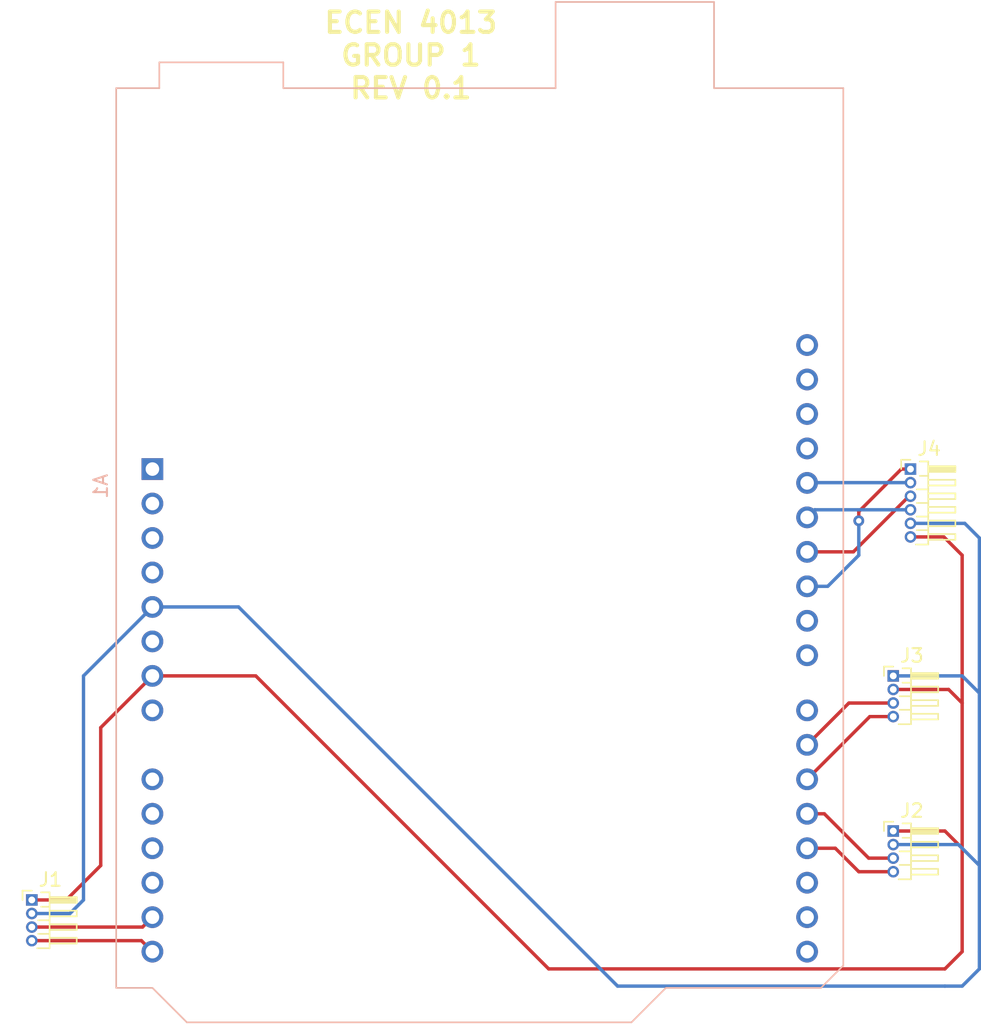
<source format=kicad_pcb>
(kicad_pcb (version 20171130) (host pcbnew "(5.1.10)-1")

  (general
    (thickness 1.6)
    (drawings 1)
    (tracks 69)
    (zones 0)
    (modules 5)
    (nets 33)
  )

  (page A4)
  (layers
    (0 F.Cu signal)
    (31 B.Cu signal)
    (32 B.Adhes user)
    (33 F.Adhes user)
    (34 B.Paste user)
    (35 F.Paste user)
    (36 B.SilkS user)
    (37 F.SilkS user)
    (38 B.Mask user)
    (39 F.Mask user)
    (40 Dwgs.User user)
    (41 Cmts.User user)
    (42 Eco1.User user)
    (43 Eco2.User user)
    (44 Edge.Cuts user)
    (45 Margin user)
    (46 B.CrtYd user)
    (47 F.CrtYd user)
    (48 B.Fab user)
    (49 F.Fab user)
  )

  (setup
    (last_trace_width 0.25)
    (trace_clearance 0.2)
    (zone_clearance 0.508)
    (zone_45_only no)
    (trace_min 0.2)
    (via_size 0.8)
    (via_drill 0.4)
    (via_min_size 0.4)
    (via_min_drill 0.3)
    (uvia_size 0.3)
    (uvia_drill 0.1)
    (uvias_allowed no)
    (uvia_min_size 0.2)
    (uvia_min_drill 0.1)
    (edge_width 0.05)
    (segment_width 0.2)
    (pcb_text_width 0.3)
    (pcb_text_size 1.5 1.5)
    (mod_edge_width 0.12)
    (mod_text_size 1 1)
    (mod_text_width 0.15)
    (pad_size 0.85 0.85)
    (pad_drill 0.5)
    (pad_to_mask_clearance 0)
    (aux_axis_origin 0 0)
    (visible_elements 7FFFFFFF)
    (pcbplotparams
      (layerselection 0x010fc_ffffffff)
      (usegerberextensions false)
      (usegerberattributes true)
      (usegerberadvancedattributes true)
      (creategerberjobfile true)
      (excludeedgelayer true)
      (linewidth 0.100000)
      (plotframeref false)
      (viasonmask false)
      (mode 1)
      (useauxorigin false)
      (hpglpennumber 1)
      (hpglpenspeed 20)
      (hpglpendiameter 15.000000)
      (psnegative false)
      (psa4output false)
      (plotreference true)
      (plotvalue true)
      (plotinvisibletext false)
      (padsonsilk false)
      (subtractmaskfromsilk false)
      (outputformat 1)
      (mirror false)
      (drillshape 1)
      (scaleselection 1)
      (outputdirectory ""))
  )

  (net 0 "")
  (net 1 "Net-(A1-Pad16)")
  (net 2 "Net-(A1-Pad15)")
  (net 3 "Net-(A1-Pad30)")
  (net 4 "Net-(A1-Pad14)")
  (net 5 "Net-(A1-Pad29)")
  (net 6 "Net-(A1-Pad13)")
  (net 7 "Net-(A1-Pad28)")
  (net 8 "Net-(A1-Pad12)")
  (net 9 "Net-(A1-Pad27)")
  (net 10 "Net-(A1-Pad11)")
  (net 11 "Net-(A1-Pad26)")
  (net 12 "Net-(A1-Pad10)")
  (net 13 "Net-(A1-Pad25)")
  (net 14 "Net-(A1-Pad9)")
  (net 15 "Net-(A1-Pad24)")
  (net 16 "Net-(A1-Pad8)")
  (net 17 "Net-(A1-Pad23)")
  (net 18 "Net-(A1-Pad7)")
  (net 19 "Net-(A1-Pad22)")
  (net 20 "Net-(A1-Pad6)")
  (net 21 "Net-(A1-Pad21)")
  (net 22 "Net-(A1-Pad5)")
  (net 23 "Net-(A1-Pad20)")
  (net 24 "Net-(A1-Pad4)")
  (net 25 "Net-(A1-Pad19)")
  (net 26 "Net-(A1-Pad3)")
  (net 27 "Net-(A1-Pad18)")
  (net 28 "Net-(A1-Pad2)")
  (net 29 "Net-(A1-Pad17)")
  (net 30 "Net-(A1-Pad1)")
  (net 31 "Net-(A1-Pad31)")
  (net 32 "Net-(A1-Pad32)")

  (net_class Default "This is the default net class."
    (clearance 0.2)
    (trace_width 0.25)
    (via_dia 0.8)
    (via_drill 0.4)
    (uvia_dia 0.3)
    (uvia_drill 0.1)
    (add_net "Net-(A1-Pad1)")
    (add_net "Net-(A1-Pad10)")
    (add_net "Net-(A1-Pad11)")
    (add_net "Net-(A1-Pad12)")
    (add_net "Net-(A1-Pad13)")
    (add_net "Net-(A1-Pad14)")
    (add_net "Net-(A1-Pad15)")
    (add_net "Net-(A1-Pad16)")
    (add_net "Net-(A1-Pad17)")
    (add_net "Net-(A1-Pad18)")
    (add_net "Net-(A1-Pad19)")
    (add_net "Net-(A1-Pad2)")
    (add_net "Net-(A1-Pad20)")
    (add_net "Net-(A1-Pad21)")
    (add_net "Net-(A1-Pad22)")
    (add_net "Net-(A1-Pad23)")
    (add_net "Net-(A1-Pad24)")
    (add_net "Net-(A1-Pad25)")
    (add_net "Net-(A1-Pad26)")
    (add_net "Net-(A1-Pad27)")
    (add_net "Net-(A1-Pad28)")
    (add_net "Net-(A1-Pad29)")
    (add_net "Net-(A1-Pad3)")
    (add_net "Net-(A1-Pad30)")
    (add_net "Net-(A1-Pad31)")
    (add_net "Net-(A1-Pad32)")
    (add_net "Net-(A1-Pad4)")
    (add_net "Net-(A1-Pad5)")
    (add_net "Net-(A1-Pad6)")
    (add_net "Net-(A1-Pad7)")
    (add_net "Net-(A1-Pad8)")
    (add_net "Net-(A1-Pad9)")
  )

  (module Connector_PinHeader_1.00mm:PinHeader_1x04_P1.00mm_Horizontal (layer F.Cu) (tedit 59FED737) (tstamp 6174FA1B)
    (at 147.32 119.38)
    (descr "Through hole angled pin header, 1x04, 1.00mm pitch, 2.0mm pin length, single row")
    (tags "Through hole angled pin header THT 1x04 1.00mm single row")
    (path /61749C09)
    (fp_text reference J2 (at 1.375 -1.5) (layer F.SilkS)
      (effects (font (size 1 1) (thickness 0.15)))
    )
    (fp_text value "GPS (UART)" (at 1.375 4.5) (layer F.Fab)
      (effects (font (size 1 1) (thickness 0.15)))
    )
    (fp_line (start 3.75 -1) (end -1 -1) (layer F.CrtYd) (width 0.05))
    (fp_line (start 3.75 4) (end 3.75 -1) (layer F.CrtYd) (width 0.05))
    (fp_line (start -1 4) (end 3.75 4) (layer F.CrtYd) (width 0.05))
    (fp_line (start -1 -1) (end -1 4) (layer F.CrtYd) (width 0.05))
    (fp_line (start -0.685 -0.685) (end 0 -0.685) (layer F.SilkS) (width 0.12))
    (fp_line (start -0.685 0) (end -0.685 -0.685) (layer F.SilkS) (width 0.12))
    (fp_line (start 3.31 3.21) (end 1.31 3.21) (layer F.SilkS) (width 0.12))
    (fp_line (start 3.31 2.79) (end 3.31 3.21) (layer F.SilkS) (width 0.12))
    (fp_line (start 1.31 2.79) (end 3.31 2.79) (layer F.SilkS) (width 0.12))
    (fp_line (start 0.468215 2.5) (end 1.31 2.5) (layer F.SilkS) (width 0.12))
    (fp_line (start 3.31 2.21) (end 1.31 2.21) (layer F.SilkS) (width 0.12))
    (fp_line (start 3.31 1.79) (end 3.31 2.21) (layer F.SilkS) (width 0.12))
    (fp_line (start 1.31 1.79) (end 3.31 1.79) (layer F.SilkS) (width 0.12))
    (fp_line (start 0.468215 1.5) (end 1.31 1.5) (layer F.SilkS) (width 0.12))
    (fp_line (start 3.31 1.21) (end 1.31 1.21) (layer F.SilkS) (width 0.12))
    (fp_line (start 3.31 0.79) (end 3.31 1.21) (layer F.SilkS) (width 0.12))
    (fp_line (start 1.31 0.79) (end 3.31 0.79) (layer F.SilkS) (width 0.12))
    (fp_line (start 0.685 0.5) (end 1.31 0.5) (layer F.SilkS) (width 0.12))
    (fp_line (start 1.31 0.09) (end 3.31 0.09) (layer F.SilkS) (width 0.12))
    (fp_line (start 1.31 -0.03) (end 3.31 -0.03) (layer F.SilkS) (width 0.12))
    (fp_line (start 1.31 -0.15) (end 3.31 -0.15) (layer F.SilkS) (width 0.12))
    (fp_line (start 3.31 0.21) (end 1.31 0.21) (layer F.SilkS) (width 0.12))
    (fp_line (start 3.31 -0.21) (end 3.31 0.21) (layer F.SilkS) (width 0.12))
    (fp_line (start 1.31 -0.21) (end 3.31 -0.21) (layer F.SilkS) (width 0.12))
    (fp_line (start 1.31 3.56) (end 0.394493 3.56) (layer F.SilkS) (width 0.12))
    (fp_line (start 1.31 -0.56) (end 1.31 3.56) (layer F.SilkS) (width 0.12))
    (fp_line (start 0.685 -0.56) (end 1.31 -0.56) (layer F.SilkS) (width 0.12))
    (fp_line (start 1.25 3.15) (end 3.25 3.15) (layer F.Fab) (width 0.1))
    (fp_line (start 3.25 2.85) (end 3.25 3.15) (layer F.Fab) (width 0.1))
    (fp_line (start 1.25 2.85) (end 3.25 2.85) (layer F.Fab) (width 0.1))
    (fp_line (start -0.15 3.15) (end 0.25 3.15) (layer F.Fab) (width 0.1))
    (fp_line (start -0.15 2.85) (end -0.15 3.15) (layer F.Fab) (width 0.1))
    (fp_line (start -0.15 2.85) (end 0.25 2.85) (layer F.Fab) (width 0.1))
    (fp_line (start 1.25 2.15) (end 3.25 2.15) (layer F.Fab) (width 0.1))
    (fp_line (start 3.25 1.85) (end 3.25 2.15) (layer F.Fab) (width 0.1))
    (fp_line (start 1.25 1.85) (end 3.25 1.85) (layer F.Fab) (width 0.1))
    (fp_line (start -0.15 2.15) (end 0.25 2.15) (layer F.Fab) (width 0.1))
    (fp_line (start -0.15 1.85) (end -0.15 2.15) (layer F.Fab) (width 0.1))
    (fp_line (start -0.15 1.85) (end 0.25 1.85) (layer F.Fab) (width 0.1))
    (fp_line (start 1.25 1.15) (end 3.25 1.15) (layer F.Fab) (width 0.1))
    (fp_line (start 3.25 0.85) (end 3.25 1.15) (layer F.Fab) (width 0.1))
    (fp_line (start 1.25 0.85) (end 3.25 0.85) (layer F.Fab) (width 0.1))
    (fp_line (start -0.15 1.15) (end 0.25 1.15) (layer F.Fab) (width 0.1))
    (fp_line (start -0.15 0.85) (end -0.15 1.15) (layer F.Fab) (width 0.1))
    (fp_line (start -0.15 0.85) (end 0.25 0.85) (layer F.Fab) (width 0.1))
    (fp_line (start 1.25 0.15) (end 3.25 0.15) (layer F.Fab) (width 0.1))
    (fp_line (start 3.25 -0.15) (end 3.25 0.15) (layer F.Fab) (width 0.1))
    (fp_line (start 1.25 -0.15) (end 3.25 -0.15) (layer F.Fab) (width 0.1))
    (fp_line (start -0.15 0.15) (end 0.25 0.15) (layer F.Fab) (width 0.1))
    (fp_line (start -0.15 -0.15) (end -0.15 0.15) (layer F.Fab) (width 0.1))
    (fp_line (start -0.15 -0.15) (end 0.25 -0.15) (layer F.Fab) (width 0.1))
    (fp_line (start 0.25 -0.25) (end 0.5 -0.5) (layer F.Fab) (width 0.1))
    (fp_line (start 0.25 3.5) (end 0.25 -0.25) (layer F.Fab) (width 0.1))
    (fp_line (start 1.25 3.5) (end 0.25 3.5) (layer F.Fab) (width 0.1))
    (fp_line (start 1.25 -0.5) (end 1.25 3.5) (layer F.Fab) (width 0.1))
    (fp_line (start 0.5 -0.5) (end 1.25 -0.5) (layer F.Fab) (width 0.1))
    (fp_text user %R (at 0.75 1.5 90) (layer F.Fab)
      (effects (font (size 0.6 0.6) (thickness 0.09)))
    )
    (pad 4 thru_hole oval (at 0 3) (size 0.85 0.85) (drill 0.5) (layers *.Cu *.Mask)
      (net 27 "Net-(A1-Pad18)"))
    (pad 3 thru_hole oval (at 0 2) (size 0.85 0.85) (drill 0.5) (layers *.Cu *.Mask)
      (net 25 "Net-(A1-Pad19)"))
    (pad 2 thru_hole oval (at 0 1) (size 0.85 0.85) (drill 0.5) (layers *.Cu *.Mask)
      (net 22 "Net-(A1-Pad5)"))
    (pad 1 thru_hole rect (at 0 0) (size 0.85 0.85) (drill 0.5) (layers *.Cu *.Mask)
      (net 18 "Net-(A1-Pad7)"))
    (model ${KISYS3DMOD}/Connector_PinHeader_1.00mm.3dshapes/PinHeader_1x04_P1.00mm_Horizontal.wrl
      (at (xyz 0 0 0))
      (scale (xyz 1 1 1))
      (rotate (xyz 0 0 0))
    )
  )

  (module Connector_PinHeader_1.00mm:PinHeader_1x06_P1.00mm_Horizontal (layer F.Cu) (tedit 59FED737) (tstamp 6174F2D7)
    (at 148.59 92.71)
    (descr "Through hole angled pin header, 1x06, 1.00mm pitch, 2.0mm pin length, single row")
    (tags "Through hole angled pin header THT 1x06 1.00mm single row")
    (path /6174B27E)
    (fp_text reference J4 (at 1.375 -1.5) (layer F.SilkS)
      (effects (font (size 1 1) (thickness 0.15)))
    )
    (fp_text value "SD (SPI)" (at 1.375 6.5) (layer F.Fab)
      (effects (font (size 1 1) (thickness 0.15)))
    )
    (fp_line (start 3.75 -1) (end -1 -1) (layer F.CrtYd) (width 0.05))
    (fp_line (start 3.75 6) (end 3.75 -1) (layer F.CrtYd) (width 0.05))
    (fp_line (start -1 6) (end 3.75 6) (layer F.CrtYd) (width 0.05))
    (fp_line (start -1 -1) (end -1 6) (layer F.CrtYd) (width 0.05))
    (fp_line (start -0.685 -0.685) (end 0 -0.685) (layer F.SilkS) (width 0.12))
    (fp_line (start -0.685 0) (end -0.685 -0.685) (layer F.SilkS) (width 0.12))
    (fp_line (start 3.31 5.21) (end 1.31 5.21) (layer F.SilkS) (width 0.12))
    (fp_line (start 3.31 4.79) (end 3.31 5.21) (layer F.SilkS) (width 0.12))
    (fp_line (start 1.31 4.79) (end 3.31 4.79) (layer F.SilkS) (width 0.12))
    (fp_line (start 0.468215 4.5) (end 1.31 4.5) (layer F.SilkS) (width 0.12))
    (fp_line (start 3.31 4.21) (end 1.31 4.21) (layer F.SilkS) (width 0.12))
    (fp_line (start 3.31 3.79) (end 3.31 4.21) (layer F.SilkS) (width 0.12))
    (fp_line (start 1.31 3.79) (end 3.31 3.79) (layer F.SilkS) (width 0.12))
    (fp_line (start 0.468215 3.5) (end 1.31 3.5) (layer F.SilkS) (width 0.12))
    (fp_line (start 3.31 3.21) (end 1.31 3.21) (layer F.SilkS) (width 0.12))
    (fp_line (start 3.31 2.79) (end 3.31 3.21) (layer F.SilkS) (width 0.12))
    (fp_line (start 1.31 2.79) (end 3.31 2.79) (layer F.SilkS) (width 0.12))
    (fp_line (start 0.468215 2.5) (end 1.31 2.5) (layer F.SilkS) (width 0.12))
    (fp_line (start 3.31 2.21) (end 1.31 2.21) (layer F.SilkS) (width 0.12))
    (fp_line (start 3.31 1.79) (end 3.31 2.21) (layer F.SilkS) (width 0.12))
    (fp_line (start 1.31 1.79) (end 3.31 1.79) (layer F.SilkS) (width 0.12))
    (fp_line (start 0.468215 1.5) (end 1.31 1.5) (layer F.SilkS) (width 0.12))
    (fp_line (start 3.31 1.21) (end 1.31 1.21) (layer F.SilkS) (width 0.12))
    (fp_line (start 3.31 0.79) (end 3.31 1.21) (layer F.SilkS) (width 0.12))
    (fp_line (start 1.31 0.79) (end 3.31 0.79) (layer F.SilkS) (width 0.12))
    (fp_line (start 0.685 0.5) (end 1.31 0.5) (layer F.SilkS) (width 0.12))
    (fp_line (start 1.31 0.09) (end 3.31 0.09) (layer F.SilkS) (width 0.12))
    (fp_line (start 1.31 -0.03) (end 3.31 -0.03) (layer F.SilkS) (width 0.12))
    (fp_line (start 1.31 -0.15) (end 3.31 -0.15) (layer F.SilkS) (width 0.12))
    (fp_line (start 3.31 0.21) (end 1.31 0.21) (layer F.SilkS) (width 0.12))
    (fp_line (start 3.31 -0.21) (end 3.31 0.21) (layer F.SilkS) (width 0.12))
    (fp_line (start 1.31 -0.21) (end 3.31 -0.21) (layer F.SilkS) (width 0.12))
    (fp_line (start 1.31 5.56) (end 0.394493 5.56) (layer F.SilkS) (width 0.12))
    (fp_line (start 1.31 -0.56) (end 1.31 5.56) (layer F.SilkS) (width 0.12))
    (fp_line (start 0.685 -0.56) (end 1.31 -0.56) (layer F.SilkS) (width 0.12))
    (fp_line (start 1.25 5.15) (end 3.25 5.15) (layer F.Fab) (width 0.1))
    (fp_line (start 3.25 4.85) (end 3.25 5.15) (layer F.Fab) (width 0.1))
    (fp_line (start 1.25 4.85) (end 3.25 4.85) (layer F.Fab) (width 0.1))
    (fp_line (start -0.15 5.15) (end 0.25 5.15) (layer F.Fab) (width 0.1))
    (fp_line (start -0.15 4.85) (end -0.15 5.15) (layer F.Fab) (width 0.1))
    (fp_line (start -0.15 4.85) (end 0.25 4.85) (layer F.Fab) (width 0.1))
    (fp_line (start 1.25 4.15) (end 3.25 4.15) (layer F.Fab) (width 0.1))
    (fp_line (start 3.25 3.85) (end 3.25 4.15) (layer F.Fab) (width 0.1))
    (fp_line (start 1.25 3.85) (end 3.25 3.85) (layer F.Fab) (width 0.1))
    (fp_line (start -0.15 4.15) (end 0.25 4.15) (layer F.Fab) (width 0.1))
    (fp_line (start -0.15 3.85) (end -0.15 4.15) (layer F.Fab) (width 0.1))
    (fp_line (start -0.15 3.85) (end 0.25 3.85) (layer F.Fab) (width 0.1))
    (fp_line (start 1.25 3.15) (end 3.25 3.15) (layer F.Fab) (width 0.1))
    (fp_line (start 3.25 2.85) (end 3.25 3.15) (layer F.Fab) (width 0.1))
    (fp_line (start 1.25 2.85) (end 3.25 2.85) (layer F.Fab) (width 0.1))
    (fp_line (start -0.15 3.15) (end 0.25 3.15) (layer F.Fab) (width 0.1))
    (fp_line (start -0.15 2.85) (end -0.15 3.15) (layer F.Fab) (width 0.1))
    (fp_line (start -0.15 2.85) (end 0.25 2.85) (layer F.Fab) (width 0.1))
    (fp_line (start 1.25 2.15) (end 3.25 2.15) (layer F.Fab) (width 0.1))
    (fp_line (start 3.25 1.85) (end 3.25 2.15) (layer F.Fab) (width 0.1))
    (fp_line (start 1.25 1.85) (end 3.25 1.85) (layer F.Fab) (width 0.1))
    (fp_line (start -0.15 2.15) (end 0.25 2.15) (layer F.Fab) (width 0.1))
    (fp_line (start -0.15 1.85) (end -0.15 2.15) (layer F.Fab) (width 0.1))
    (fp_line (start -0.15 1.85) (end 0.25 1.85) (layer F.Fab) (width 0.1))
    (fp_line (start 1.25 1.15) (end 3.25 1.15) (layer F.Fab) (width 0.1))
    (fp_line (start 3.25 0.85) (end 3.25 1.15) (layer F.Fab) (width 0.1))
    (fp_line (start 1.25 0.85) (end 3.25 0.85) (layer F.Fab) (width 0.1))
    (fp_line (start -0.15 1.15) (end 0.25 1.15) (layer F.Fab) (width 0.1))
    (fp_line (start -0.15 0.85) (end -0.15 1.15) (layer F.Fab) (width 0.1))
    (fp_line (start -0.15 0.85) (end 0.25 0.85) (layer F.Fab) (width 0.1))
    (fp_line (start 1.25 0.15) (end 3.25 0.15) (layer F.Fab) (width 0.1))
    (fp_line (start 3.25 -0.15) (end 3.25 0.15) (layer F.Fab) (width 0.1))
    (fp_line (start 1.25 -0.15) (end 3.25 -0.15) (layer F.Fab) (width 0.1))
    (fp_line (start -0.15 0.15) (end 0.25 0.15) (layer F.Fab) (width 0.1))
    (fp_line (start -0.15 -0.15) (end -0.15 0.15) (layer F.Fab) (width 0.1))
    (fp_line (start -0.15 -0.15) (end 0.25 -0.15) (layer F.Fab) (width 0.1))
    (fp_line (start 0.25 -0.25) (end 0.5 -0.5) (layer F.Fab) (width 0.1))
    (fp_line (start 0.25 5.5) (end 0.25 -0.25) (layer F.Fab) (width 0.1))
    (fp_line (start 1.25 5.5) (end 0.25 5.5) (layer F.Fab) (width 0.1))
    (fp_line (start 1.25 -0.5) (end 1.25 5.5) (layer F.Fab) (width 0.1))
    (fp_line (start 0.5 -0.5) (end 1.25 -0.5) (layer F.Fab) (width 0.1))
    (fp_text user %R (at 0.75 2.5 90) (layer F.Fab)
      (effects (font (size 0.6 0.6) (thickness 0.09)))
    )
    (pad 6 thru_hole oval (at 0 5) (size 0.85 0.85) (drill 0.5) (layers *.Cu *.Mask)
      (net 18 "Net-(A1-Pad7)"))
    (pad 5 thru_hole oval (at 0 4) (size 0.85 0.85) (drill 0.5) (layers *.Cu *.Mask)
      (net 22 "Net-(A1-Pad5)"))
    (pad 4 thru_hole oval (at 0 3) (size 0.85 0.85) (drill 0.5) (layers *.Cu *.Mask)
      (net 9 "Net-(A1-Pad27)"))
    (pad 3 thru_hole oval (at 0 2) (size 0.85 0.85) (drill 0.5) (layers *.Cu *.Mask)
      (net 11 "Net-(A1-Pad26)"))
    (pad 2 thru_hole oval (at 0 1) (size 0.85 0.85) (drill 0.5) (layers *.Cu *.Mask)
      (net 7 "Net-(A1-Pad28)"))
    (pad 1 thru_hole rect (at 0 0) (size 0.85 0.85) (drill 0.5) (layers *.Cu *.Mask)
      (net 13 "Net-(A1-Pad25)"))
    (model ${KISYS3DMOD}/Connector_PinHeader_1.00mm.3dshapes/PinHeader_1x06_P1.00mm_Horizontal.wrl
      (at (xyz 0 0 0))
      (scale (xyz 1 1 1))
      (rotate (xyz 0 0 0))
    )
  )

  (module Module:Arduino_UNO_R3 (layer B.Cu) (tedit 58AB60FC) (tstamp 6174C11F)
    (at 92.71 92.71 270)
    (descr "Arduino UNO R3, http://www.mouser.com/pdfdocs/Gravitech_Arduino_Nano3_0.pdf")
    (tags "Arduino UNO R3")
    (path /61745C35)
    (fp_text reference A1 (at 1.27 3.81 90) (layer B.SilkS)
      (effects (font (size 1 1) (thickness 0.15)) (justify mirror))
    )
    (fp_text value Arduino_UNO_R3 (at 0 -22.86 270) (layer B.Fab)
      (effects (font (size 1 1) (thickness 0.15)) (justify mirror))
    )
    (fp_line (start 38.35 2.79) (end 38.35 0) (layer B.CrtYd) (width 0.05))
    (fp_line (start 38.35 0) (end 40.89 -2.54) (layer B.CrtYd) (width 0.05))
    (fp_line (start 40.89 -2.54) (end 40.89 -35.31) (layer B.CrtYd) (width 0.05))
    (fp_line (start 40.89 -35.31) (end 38.35 -37.85) (layer B.CrtYd) (width 0.05))
    (fp_line (start 38.35 -37.85) (end 38.35 -49.28) (layer B.CrtYd) (width 0.05))
    (fp_line (start 38.35 -49.28) (end 36.58 -51.05) (layer B.CrtYd) (width 0.05))
    (fp_line (start 36.58 -51.05) (end -28.19 -51.05) (layer B.CrtYd) (width 0.05))
    (fp_line (start -28.19 -51.05) (end -28.19 -41.53) (layer B.CrtYd) (width 0.05))
    (fp_line (start -28.19 -41.53) (end -34.54 -41.53) (layer B.CrtYd) (width 0.05))
    (fp_line (start -34.54 -41.53) (end -34.54 -29.59) (layer B.CrtYd) (width 0.05))
    (fp_line (start -34.54 -29.59) (end -28.19 -29.59) (layer B.CrtYd) (width 0.05))
    (fp_line (start -28.19 -29.59) (end -28.19 -9.78) (layer B.CrtYd) (width 0.05))
    (fp_line (start -28.19 -9.78) (end -30.1 -9.78) (layer B.CrtYd) (width 0.05))
    (fp_line (start -30.1 -9.78) (end -30.1 -0.38) (layer B.CrtYd) (width 0.05))
    (fp_line (start -30.1 -0.38) (end -28.19 -0.38) (layer B.CrtYd) (width 0.05))
    (fp_line (start -28.19 -0.38) (end -28.19 2.79) (layer B.CrtYd) (width 0.05))
    (fp_line (start -28.19 2.79) (end 38.35 2.79) (layer B.CrtYd) (width 0.05))
    (fp_line (start 40.77 -35.31) (end 40.77 -2.54) (layer B.SilkS) (width 0.12))
    (fp_line (start 40.77 -2.54) (end 38.23 0) (layer B.SilkS) (width 0.12))
    (fp_line (start 38.23 0) (end 38.23 2.67) (layer B.SilkS) (width 0.12))
    (fp_line (start 38.23 2.67) (end -28.07 2.67) (layer B.SilkS) (width 0.12))
    (fp_line (start -28.07 2.67) (end -28.07 -0.51) (layer B.SilkS) (width 0.12))
    (fp_line (start -28.07 -0.51) (end -29.97 -0.51) (layer B.SilkS) (width 0.12))
    (fp_line (start -29.97 -0.51) (end -29.97 -9.65) (layer B.SilkS) (width 0.12))
    (fp_line (start -29.97 -9.65) (end -28.07 -9.65) (layer B.SilkS) (width 0.12))
    (fp_line (start -28.07 -9.65) (end -28.07 -29.72) (layer B.SilkS) (width 0.12))
    (fp_line (start -28.07 -29.72) (end -34.42 -29.72) (layer B.SilkS) (width 0.12))
    (fp_line (start -34.42 -29.72) (end -34.42 -41.4) (layer B.SilkS) (width 0.12))
    (fp_line (start -34.42 -41.4) (end -28.07 -41.4) (layer B.SilkS) (width 0.12))
    (fp_line (start -28.07 -41.4) (end -28.07 -50.93) (layer B.SilkS) (width 0.12))
    (fp_line (start -28.07 -50.93) (end 36.58 -50.93) (layer B.SilkS) (width 0.12))
    (fp_line (start 36.58 -50.93) (end 38.23 -49.28) (layer B.SilkS) (width 0.12))
    (fp_line (start 38.23 -49.28) (end 38.23 -37.85) (layer B.SilkS) (width 0.12))
    (fp_line (start 38.23 -37.85) (end 40.77 -35.31) (layer B.SilkS) (width 0.12))
    (fp_line (start -34.29 -29.84) (end -18.41 -29.84) (layer B.Fab) (width 0.1))
    (fp_line (start -18.41 -29.84) (end -18.41 -41.27) (layer B.Fab) (width 0.1))
    (fp_line (start -18.41 -41.27) (end -34.29 -41.27) (layer B.Fab) (width 0.1))
    (fp_line (start -34.29 -41.27) (end -34.29 -29.84) (layer B.Fab) (width 0.1))
    (fp_line (start -29.84 -0.64) (end -16.51 -0.64) (layer B.Fab) (width 0.1))
    (fp_line (start -16.51 -0.64) (end -16.51 -9.53) (layer B.Fab) (width 0.1))
    (fp_line (start -16.51 -9.53) (end -29.84 -9.53) (layer B.Fab) (width 0.1))
    (fp_line (start -29.84 -9.53) (end -29.84 -0.64) (layer B.Fab) (width 0.1))
    (fp_line (start 38.1 -37.85) (end 38.1 -49.28) (layer B.Fab) (width 0.1))
    (fp_line (start 40.64 -2.54) (end 40.64 -35.31) (layer B.Fab) (width 0.1))
    (fp_line (start 40.64 -35.31) (end 38.1 -37.85) (layer B.Fab) (width 0.1))
    (fp_line (start 38.1 2.54) (end 38.1 0) (layer B.Fab) (width 0.1))
    (fp_line (start 38.1 0) (end 40.64 -2.54) (layer B.Fab) (width 0.1))
    (fp_line (start 38.1 -49.28) (end 36.58 -50.8) (layer B.Fab) (width 0.1))
    (fp_line (start 36.58 -50.8) (end -27.94 -50.8) (layer B.Fab) (width 0.1))
    (fp_line (start -27.94 -50.8) (end -27.94 2.54) (layer B.Fab) (width 0.1))
    (fp_line (start -27.94 2.54) (end 38.1 2.54) (layer B.Fab) (width 0.1))
    (fp_text user %R (at 0 -20.32 90) (layer B.Fab)
      (effects (font (size 1 1) (thickness 0.15)) (justify mirror))
    )
    (pad 16 thru_hole oval (at 33.02 -48.26 180) (size 1.6 1.6) (drill 1) (layers *.Cu *.Mask)
      (net 1 "Net-(A1-Pad16)"))
    (pad 15 thru_hole oval (at 35.56 -48.26 180) (size 1.6 1.6) (drill 1) (layers *.Cu *.Mask)
      (net 2 "Net-(A1-Pad15)"))
    (pad 30 thru_hole oval (at -4.06 -48.26 180) (size 1.6 1.6) (drill 1) (layers *.Cu *.Mask)
      (net 3 "Net-(A1-Pad30)"))
    (pad 14 thru_hole oval (at 35.56 0 180) (size 1.6 1.6) (drill 1) (layers *.Cu *.Mask)
      (net 4 "Net-(A1-Pad14)"))
    (pad 29 thru_hole oval (at -1.52 -48.26 180) (size 1.6 1.6) (drill 1) (layers *.Cu *.Mask)
      (net 5 "Net-(A1-Pad29)"))
    (pad 13 thru_hole oval (at 33.02 0 180) (size 1.6 1.6) (drill 1) (layers *.Cu *.Mask)
      (net 6 "Net-(A1-Pad13)"))
    (pad 28 thru_hole oval (at 1.02 -48.26 180) (size 1.6 1.6) (drill 1) (layers *.Cu *.Mask)
      (net 7 "Net-(A1-Pad28)"))
    (pad 12 thru_hole oval (at 30.48 0 180) (size 1.6 1.6) (drill 1) (layers *.Cu *.Mask)
      (net 8 "Net-(A1-Pad12)"))
    (pad 27 thru_hole oval (at 3.56 -48.26 180) (size 1.6 1.6) (drill 1) (layers *.Cu *.Mask)
      (net 9 "Net-(A1-Pad27)"))
    (pad 11 thru_hole oval (at 27.94 0 180) (size 1.6 1.6) (drill 1) (layers *.Cu *.Mask)
      (net 10 "Net-(A1-Pad11)"))
    (pad 26 thru_hole oval (at 6.1 -48.26 180) (size 1.6 1.6) (drill 1) (layers *.Cu *.Mask)
      (net 11 "Net-(A1-Pad26)"))
    (pad 10 thru_hole oval (at 25.4 0 180) (size 1.6 1.6) (drill 1) (layers *.Cu *.Mask)
      (net 12 "Net-(A1-Pad10)"))
    (pad 25 thru_hole oval (at 8.64 -48.26 180) (size 1.6 1.6) (drill 1) (layers *.Cu *.Mask)
      (net 13 "Net-(A1-Pad25)"))
    (pad 9 thru_hole oval (at 22.86 0 180) (size 1.6 1.6) (drill 1) (layers *.Cu *.Mask)
      (net 14 "Net-(A1-Pad9)"))
    (pad 24 thru_hole oval (at 11.18 -48.26 180) (size 1.6 1.6) (drill 1) (layers *.Cu *.Mask)
      (net 15 "Net-(A1-Pad24)"))
    (pad 8 thru_hole oval (at 17.78 0 180) (size 1.6 1.6) (drill 1) (layers *.Cu *.Mask)
      (net 16 "Net-(A1-Pad8)"))
    (pad 23 thru_hole oval (at 13.72 -48.26 180) (size 1.6 1.6) (drill 1) (layers *.Cu *.Mask)
      (net 17 "Net-(A1-Pad23)"))
    (pad 7 thru_hole oval (at 15.24 0 180) (size 1.6 1.6) (drill 1) (layers *.Cu *.Mask)
      (net 18 "Net-(A1-Pad7)"))
    (pad 22 thru_hole oval (at 17.78 -48.26 180) (size 1.6 1.6) (drill 1) (layers *.Cu *.Mask)
      (net 19 "Net-(A1-Pad22)"))
    (pad 6 thru_hole oval (at 12.7 0 180) (size 1.6 1.6) (drill 1) (layers *.Cu *.Mask)
      (net 20 "Net-(A1-Pad6)"))
    (pad 21 thru_hole oval (at 20.32 -48.26 180) (size 1.6 1.6) (drill 1) (layers *.Cu *.Mask)
      (net 21 "Net-(A1-Pad21)"))
    (pad 5 thru_hole oval (at 10.16 0 180) (size 1.6 1.6) (drill 1) (layers *.Cu *.Mask)
      (net 22 "Net-(A1-Pad5)"))
    (pad 20 thru_hole oval (at 22.86 -48.26 180) (size 1.6 1.6) (drill 1) (layers *.Cu *.Mask)
      (net 23 "Net-(A1-Pad20)"))
    (pad 4 thru_hole oval (at 7.62 0 180) (size 1.6 1.6) (drill 1) (layers *.Cu *.Mask)
      (net 24 "Net-(A1-Pad4)"))
    (pad 19 thru_hole oval (at 25.4 -48.26 180) (size 1.6 1.6) (drill 1) (layers *.Cu *.Mask)
      (net 25 "Net-(A1-Pad19)"))
    (pad 3 thru_hole oval (at 5.08 0 180) (size 1.6 1.6) (drill 1) (layers *.Cu *.Mask)
      (net 26 "Net-(A1-Pad3)"))
    (pad 18 thru_hole oval (at 27.94 -48.26 180) (size 1.6 1.6) (drill 1) (layers *.Cu *.Mask)
      (net 27 "Net-(A1-Pad18)"))
    (pad 2 thru_hole oval (at 2.54 0 180) (size 1.6 1.6) (drill 1) (layers *.Cu *.Mask)
      (net 28 "Net-(A1-Pad2)"))
    (pad 17 thru_hole oval (at 30.48 -48.26 180) (size 1.6 1.6) (drill 1) (layers *.Cu *.Mask)
      (net 29 "Net-(A1-Pad17)"))
    (pad 1 thru_hole rect (at 0 0 180) (size 1.6 1.6) (drill 1) (layers *.Cu *.Mask)
      (net 30 "Net-(A1-Pad1)"))
    (pad 31 thru_hole oval (at -6.6 -48.26 180) (size 1.6 1.6) (drill 1) (layers *.Cu *.Mask)
      (net 31 "Net-(A1-Pad31)"))
    (pad 32 thru_hole oval (at -9.14 -48.26 180) (size 1.6 1.6) (drill 1) (layers *.Cu *.Mask)
      (net 32 "Net-(A1-Pad32)"))
    (model ${KISYS3DMOD}/Module.3dshapes/Arduino_UNO_R3.wrl
      (at (xyz 0 0 0))
      (scale (xyz 1 1 1))
      (rotate (xyz 0 0 0))
    )
  )

  (module Connector_PinHeader_1.00mm:PinHeader_1x04_P1.00mm_Horizontal (layer F.Cu) (tedit 59FED737) (tstamp 6174F2BB)
    (at 147.32 107.95)
    (descr "Through hole angled pin header, 1x04, 1.00mm pitch, 2.0mm pin length, single row")
    (tags "Through hole angled pin header THT 1x04 1.00mm single row")
    (path /6174C279)
    (fp_text reference J3 (at 1.375 -1.5) (layer F.SilkS)
      (effects (font (size 1 1) (thickness 0.15)))
    )
    (fp_text value "BT (UART)" (at 1.375 4.5) (layer F.Fab)
      (effects (font (size 1 1) (thickness 0.15)))
    )
    (fp_line (start 3.75 -1) (end -1 -1) (layer F.CrtYd) (width 0.05))
    (fp_line (start 3.75 4) (end 3.75 -1) (layer F.CrtYd) (width 0.05))
    (fp_line (start -1 4) (end 3.75 4) (layer F.CrtYd) (width 0.05))
    (fp_line (start -1 -1) (end -1 4) (layer F.CrtYd) (width 0.05))
    (fp_line (start -0.685 -0.685) (end 0 -0.685) (layer F.SilkS) (width 0.12))
    (fp_line (start -0.685 0) (end -0.685 -0.685) (layer F.SilkS) (width 0.12))
    (fp_line (start 3.31 3.21) (end 1.31 3.21) (layer F.SilkS) (width 0.12))
    (fp_line (start 3.31 2.79) (end 3.31 3.21) (layer F.SilkS) (width 0.12))
    (fp_line (start 1.31 2.79) (end 3.31 2.79) (layer F.SilkS) (width 0.12))
    (fp_line (start 0.468215 2.5) (end 1.31 2.5) (layer F.SilkS) (width 0.12))
    (fp_line (start 3.31 2.21) (end 1.31 2.21) (layer F.SilkS) (width 0.12))
    (fp_line (start 3.31 1.79) (end 3.31 2.21) (layer F.SilkS) (width 0.12))
    (fp_line (start 1.31 1.79) (end 3.31 1.79) (layer F.SilkS) (width 0.12))
    (fp_line (start 0.468215 1.5) (end 1.31 1.5) (layer F.SilkS) (width 0.12))
    (fp_line (start 3.31 1.21) (end 1.31 1.21) (layer F.SilkS) (width 0.12))
    (fp_line (start 3.31 0.79) (end 3.31 1.21) (layer F.SilkS) (width 0.12))
    (fp_line (start 1.31 0.79) (end 3.31 0.79) (layer F.SilkS) (width 0.12))
    (fp_line (start 0.685 0.5) (end 1.31 0.5) (layer F.SilkS) (width 0.12))
    (fp_line (start 1.31 0.09) (end 3.31 0.09) (layer F.SilkS) (width 0.12))
    (fp_line (start 1.31 -0.03) (end 3.31 -0.03) (layer F.SilkS) (width 0.12))
    (fp_line (start 1.31 -0.15) (end 3.31 -0.15) (layer F.SilkS) (width 0.12))
    (fp_line (start 3.31 0.21) (end 1.31 0.21) (layer F.SilkS) (width 0.12))
    (fp_line (start 3.31 -0.21) (end 3.31 0.21) (layer F.SilkS) (width 0.12))
    (fp_line (start 1.31 -0.21) (end 3.31 -0.21) (layer F.SilkS) (width 0.12))
    (fp_line (start 1.31 3.56) (end 0.394493 3.56) (layer F.SilkS) (width 0.12))
    (fp_line (start 1.31 -0.56) (end 1.31 3.56) (layer F.SilkS) (width 0.12))
    (fp_line (start 0.685 -0.56) (end 1.31 -0.56) (layer F.SilkS) (width 0.12))
    (fp_line (start 1.25 3.15) (end 3.25 3.15) (layer F.Fab) (width 0.1))
    (fp_line (start 3.25 2.85) (end 3.25 3.15) (layer F.Fab) (width 0.1))
    (fp_line (start 1.25 2.85) (end 3.25 2.85) (layer F.Fab) (width 0.1))
    (fp_line (start -0.15 3.15) (end 0.25 3.15) (layer F.Fab) (width 0.1))
    (fp_line (start -0.15 2.85) (end -0.15 3.15) (layer F.Fab) (width 0.1))
    (fp_line (start -0.15 2.85) (end 0.25 2.85) (layer F.Fab) (width 0.1))
    (fp_line (start 1.25 2.15) (end 3.25 2.15) (layer F.Fab) (width 0.1))
    (fp_line (start 3.25 1.85) (end 3.25 2.15) (layer F.Fab) (width 0.1))
    (fp_line (start 1.25 1.85) (end 3.25 1.85) (layer F.Fab) (width 0.1))
    (fp_line (start -0.15 2.15) (end 0.25 2.15) (layer F.Fab) (width 0.1))
    (fp_line (start -0.15 1.85) (end -0.15 2.15) (layer F.Fab) (width 0.1))
    (fp_line (start -0.15 1.85) (end 0.25 1.85) (layer F.Fab) (width 0.1))
    (fp_line (start 1.25 1.15) (end 3.25 1.15) (layer F.Fab) (width 0.1))
    (fp_line (start 3.25 0.85) (end 3.25 1.15) (layer F.Fab) (width 0.1))
    (fp_line (start 1.25 0.85) (end 3.25 0.85) (layer F.Fab) (width 0.1))
    (fp_line (start -0.15 1.15) (end 0.25 1.15) (layer F.Fab) (width 0.1))
    (fp_line (start -0.15 0.85) (end -0.15 1.15) (layer F.Fab) (width 0.1))
    (fp_line (start -0.15 0.85) (end 0.25 0.85) (layer F.Fab) (width 0.1))
    (fp_line (start 1.25 0.15) (end 3.25 0.15) (layer F.Fab) (width 0.1))
    (fp_line (start 3.25 -0.15) (end 3.25 0.15) (layer F.Fab) (width 0.1))
    (fp_line (start 1.25 -0.15) (end 3.25 -0.15) (layer F.Fab) (width 0.1))
    (fp_line (start -0.15 0.15) (end 0.25 0.15) (layer F.Fab) (width 0.1))
    (fp_line (start -0.15 -0.15) (end -0.15 0.15) (layer F.Fab) (width 0.1))
    (fp_line (start -0.15 -0.15) (end 0.25 -0.15) (layer F.Fab) (width 0.1))
    (fp_line (start 0.25 -0.25) (end 0.5 -0.5) (layer F.Fab) (width 0.1))
    (fp_line (start 0.25 3.5) (end 0.25 -0.25) (layer F.Fab) (width 0.1))
    (fp_line (start 1.25 3.5) (end 0.25 3.5) (layer F.Fab) (width 0.1))
    (fp_line (start 1.25 -0.5) (end 1.25 3.5) (layer F.Fab) (width 0.1))
    (fp_line (start 0.5 -0.5) (end 1.25 -0.5) (layer F.Fab) (width 0.1))
    (fp_text user %R (at 0.75 1.5 90) (layer F.Fab)
      (effects (font (size 0.6 0.6) (thickness 0.09)))
    )
    (pad 1 thru_hole rect (at 0 0) (size 0.85 0.85) (drill 0.5) (layers *.Cu *.Mask)
      (net 22 "Net-(A1-Pad5)"))
    (pad 2 thru_hole oval (at 0 1) (size 0.85 0.85) (drill 0.5) (layers *.Cu *.Mask)
      (net 18 "Net-(A1-Pad7)"))
    (pad 3 thru_hole oval (at 0 2) (size 0.85 0.85) (drill 0.5) (layers *.Cu *.Mask)
      (net 21 "Net-(A1-Pad21)"))
    (pad 4 thru_hole oval (at 0 3) (size 0.85 0.85) (drill 0.5) (layers *.Cu *.Mask)
      (net 23 "Net-(A1-Pad20)"))
    (model ${KISYS3DMOD}/Connector_PinHeader_1.00mm.3dshapes/PinHeader_1x04_P1.00mm_Horizontal.wrl
      (at (xyz 0 0 0))
      (scale (xyz 1 1 1))
      (rotate (xyz 0 0 0))
    )
  )

  (module Connector_PinHeader_1.00mm:PinHeader_1x04_P1.00mm_Horizontal (layer F.Cu) (tedit 59FED737) (tstamp 6174F239)
    (at 83.82 124.46)
    (descr "Through hole angled pin header, 1x04, 1.00mm pitch, 2.0mm pin length, single row")
    (tags "Through hole angled pin header THT 1x04 1.00mm single row")
    (path /61749D72)
    (fp_text reference J1 (at 1.375 -1.5) (layer F.SilkS)
      (effects (font (size 1 1) (thickness 0.15)))
    )
    (fp_text value "IMU (I2C)" (at 1.375 4.5) (layer F.Fab)
      (effects (font (size 1 1) (thickness 0.15)))
    )
    (fp_line (start 0.5 -0.5) (end 1.25 -0.5) (layer F.Fab) (width 0.1))
    (fp_line (start 1.25 -0.5) (end 1.25 3.5) (layer F.Fab) (width 0.1))
    (fp_line (start 1.25 3.5) (end 0.25 3.5) (layer F.Fab) (width 0.1))
    (fp_line (start 0.25 3.5) (end 0.25 -0.25) (layer F.Fab) (width 0.1))
    (fp_line (start 0.25 -0.25) (end 0.5 -0.5) (layer F.Fab) (width 0.1))
    (fp_line (start -0.15 -0.15) (end 0.25 -0.15) (layer F.Fab) (width 0.1))
    (fp_line (start -0.15 -0.15) (end -0.15 0.15) (layer F.Fab) (width 0.1))
    (fp_line (start -0.15 0.15) (end 0.25 0.15) (layer F.Fab) (width 0.1))
    (fp_line (start 1.25 -0.15) (end 3.25 -0.15) (layer F.Fab) (width 0.1))
    (fp_line (start 3.25 -0.15) (end 3.25 0.15) (layer F.Fab) (width 0.1))
    (fp_line (start 1.25 0.15) (end 3.25 0.15) (layer F.Fab) (width 0.1))
    (fp_line (start -0.15 0.85) (end 0.25 0.85) (layer F.Fab) (width 0.1))
    (fp_line (start -0.15 0.85) (end -0.15 1.15) (layer F.Fab) (width 0.1))
    (fp_line (start -0.15 1.15) (end 0.25 1.15) (layer F.Fab) (width 0.1))
    (fp_line (start 1.25 0.85) (end 3.25 0.85) (layer F.Fab) (width 0.1))
    (fp_line (start 3.25 0.85) (end 3.25 1.15) (layer F.Fab) (width 0.1))
    (fp_line (start 1.25 1.15) (end 3.25 1.15) (layer F.Fab) (width 0.1))
    (fp_line (start -0.15 1.85) (end 0.25 1.85) (layer F.Fab) (width 0.1))
    (fp_line (start -0.15 1.85) (end -0.15 2.15) (layer F.Fab) (width 0.1))
    (fp_line (start -0.15 2.15) (end 0.25 2.15) (layer F.Fab) (width 0.1))
    (fp_line (start 1.25 1.85) (end 3.25 1.85) (layer F.Fab) (width 0.1))
    (fp_line (start 3.25 1.85) (end 3.25 2.15) (layer F.Fab) (width 0.1))
    (fp_line (start 1.25 2.15) (end 3.25 2.15) (layer F.Fab) (width 0.1))
    (fp_line (start -0.15 2.85) (end 0.25 2.85) (layer F.Fab) (width 0.1))
    (fp_line (start -0.15 2.85) (end -0.15 3.15) (layer F.Fab) (width 0.1))
    (fp_line (start -0.15 3.15) (end 0.25 3.15) (layer F.Fab) (width 0.1))
    (fp_line (start 1.25 2.85) (end 3.25 2.85) (layer F.Fab) (width 0.1))
    (fp_line (start 3.25 2.85) (end 3.25 3.15) (layer F.Fab) (width 0.1))
    (fp_line (start 1.25 3.15) (end 3.25 3.15) (layer F.Fab) (width 0.1))
    (fp_line (start 0.685 -0.56) (end 1.31 -0.56) (layer F.SilkS) (width 0.12))
    (fp_line (start 1.31 -0.56) (end 1.31 3.56) (layer F.SilkS) (width 0.12))
    (fp_line (start 1.31 3.56) (end 0.394493 3.56) (layer F.SilkS) (width 0.12))
    (fp_line (start 1.31 -0.21) (end 3.31 -0.21) (layer F.SilkS) (width 0.12))
    (fp_line (start 3.31 -0.21) (end 3.31 0.21) (layer F.SilkS) (width 0.12))
    (fp_line (start 3.31 0.21) (end 1.31 0.21) (layer F.SilkS) (width 0.12))
    (fp_line (start 1.31 -0.15) (end 3.31 -0.15) (layer F.SilkS) (width 0.12))
    (fp_line (start 1.31 -0.03) (end 3.31 -0.03) (layer F.SilkS) (width 0.12))
    (fp_line (start 1.31 0.09) (end 3.31 0.09) (layer F.SilkS) (width 0.12))
    (fp_line (start 0.685 0.5) (end 1.31 0.5) (layer F.SilkS) (width 0.12))
    (fp_line (start 1.31 0.79) (end 3.31 0.79) (layer F.SilkS) (width 0.12))
    (fp_line (start 3.31 0.79) (end 3.31 1.21) (layer F.SilkS) (width 0.12))
    (fp_line (start 3.31 1.21) (end 1.31 1.21) (layer F.SilkS) (width 0.12))
    (fp_line (start 0.468215 1.5) (end 1.31 1.5) (layer F.SilkS) (width 0.12))
    (fp_line (start 1.31 1.79) (end 3.31 1.79) (layer F.SilkS) (width 0.12))
    (fp_line (start 3.31 1.79) (end 3.31 2.21) (layer F.SilkS) (width 0.12))
    (fp_line (start 3.31 2.21) (end 1.31 2.21) (layer F.SilkS) (width 0.12))
    (fp_line (start 0.468215 2.5) (end 1.31 2.5) (layer F.SilkS) (width 0.12))
    (fp_line (start 1.31 2.79) (end 3.31 2.79) (layer F.SilkS) (width 0.12))
    (fp_line (start 3.31 2.79) (end 3.31 3.21) (layer F.SilkS) (width 0.12))
    (fp_line (start 3.31 3.21) (end 1.31 3.21) (layer F.SilkS) (width 0.12))
    (fp_line (start -0.685 0) (end -0.685 -0.685) (layer F.SilkS) (width 0.12))
    (fp_line (start -0.685 -0.685) (end 0 -0.685) (layer F.SilkS) (width 0.12))
    (fp_line (start -1 -1) (end -1 4) (layer F.CrtYd) (width 0.05))
    (fp_line (start -1 4) (end 3.75 4) (layer F.CrtYd) (width 0.05))
    (fp_line (start 3.75 4) (end 3.75 -1) (layer F.CrtYd) (width 0.05))
    (fp_line (start 3.75 -1) (end -1 -1) (layer F.CrtYd) (width 0.05))
    (fp_text user %R (at 0.75 1.5 90) (layer F.Fab)
      (effects (font (size 0.6 0.6) (thickness 0.09)))
    )
    (pad 4 thru_hole oval (at 0 3) (size 0.85 0.85) (drill 0.5) (layers *.Cu *.Mask)
      (net 4 "Net-(A1-Pad14)"))
    (pad 3 thru_hole oval (at 0 2) (size 0.85 0.85) (drill 0.5) (layers *.Cu *.Mask)
      (net 6 "Net-(A1-Pad13)"))
    (pad 2 thru_hole oval (at 0 1) (size 0.85 0.85) (drill 0.5) (layers *.Cu *.Mask)
      (net 22 "Net-(A1-Pad5)"))
    (pad 1 thru_hole rect (at 0 0) (size 0.85 0.85) (drill 0.5) (layers *.Cu *.Mask)
      (net 18 "Net-(A1-Pad7)"))
    (model ${KISYS3DMOD}/Connector_PinHeader_1.00mm.3dshapes/PinHeader_1x04_P1.00mm_Horizontal.wrl
      (at (xyz 0 0 0))
      (scale (xyz 1 1 1))
      (rotate (xyz 0 0 0))
    )
  )

  (gr_text "ECEN 4013\nGROUP 1\nREV 0.1\n" (at 111.76 62.23) (layer F.SilkS)
    (effects (font (size 1.5 1.5) (thickness 0.3)))
  )

  (segment (start 91.9 127.46) (end 92.71 128.27) (width 0.25) (layer F.Cu) (net 4))
  (segment (start 83.82 127.46) (end 91.9 127.46) (width 0.25) (layer F.Cu) (net 4))
  (segment (start 91.98 126.46) (end 92.71 125.73) (width 0.25) (layer F.Cu) (net 6))
  (segment (start 84.36 126.46) (end 83.82 126.46) (width 0.25) (layer F.Cu) (net 6))
  (segment (start 91.98 126.46) (end 84.36 126.46) (width 0.25) (layer F.Cu) (net 6))
  (segment (start 148.57 93.73) (end 148.59 93.71) (width 0.25) (layer B.Cu) (net 7))
  (segment (start 140.99 93.71) (end 140.97 93.73) (width 0.25) (layer B.Cu) (net 7))
  (segment (start 148.59 93.71) (end 140.99 93.71) (width 0.25) (layer B.Cu) (net 7))
  (segment (start 141.53 95.71) (end 140.97 96.27) (width 0.25) (layer B.Cu) (net 9))
  (segment (start 148.59 95.71) (end 141.53 95.71) (width 0.25) (layer B.Cu) (net 9))
  (segment (start 141.22 99.06) (end 140.97 98.81) (width 0.25) (layer B.Cu) (net 11))
  (segment (start 148.479998 94.71) (end 148.59 94.71) (width 0.25) (layer F.Cu) (net 11))
  (segment (start 144.379998 98.81) (end 148.479998 94.71) (width 0.25) (layer F.Cu) (net 11))
  (segment (start 140.97 98.81) (end 144.379998 98.81) (width 0.25) (layer F.Cu) (net 11))
  (via (at 144.78 96.52) (size 0.8) (drill 0.4) (layers F.Cu B.Cu) (net 13))
  (segment (start 144.78 95.845) (end 144.78 96.52) (width 0.25) (layer F.Cu) (net 13))
  (segment (start 147.915 92.71) (end 144.78 95.845) (width 0.25) (layer F.Cu) (net 13))
  (segment (start 148.59 92.71) (end 147.915 92.71) (width 0.25) (layer F.Cu) (net 13))
  (segment (start 142.49 101.35) (end 140.97 101.35) (width 0.25) (layer B.Cu) (net 13))
  (segment (start 144.78 99.06) (end 142.49 101.35) (width 0.25) (layer B.Cu) (net 13))
  (segment (start 144.78 96.52) (end 144.78 99.06) (width 0.25) (layer B.Cu) (net 13))
  (segment (start 149.86 119.38) (end 147.32 119.38) (width 0.25) (layer F.Cu) (net 18))
  (segment (start 151.13 119.38) (end 149.86 119.38) (width 0.25) (layer F.Cu) (net 18))
  (segment (start 152.4 128.27) (end 152.4 120.65) (width 0.25) (layer F.Cu) (net 18))
  (segment (start 151.13 129.54) (end 152.4 128.27) (width 0.25) (layer F.Cu) (net 18))
  (segment (start 152.4 120.65) (end 151.13 119.38) (width 0.25) (layer F.Cu) (net 18))
  (segment (start 121.92 129.54) (end 151.13 129.54) (width 0.25) (layer F.Cu) (net 18))
  (segment (start 100.33 107.95) (end 121.92 129.54) (width 0.25) (layer F.Cu) (net 18))
  (segment (start 92.71 107.95) (end 100.33 107.95) (width 0.25) (layer F.Cu) (net 18))
  (segment (start 152.4 120.65) (end 152.4 109.95) (width 0.25) (layer F.Cu) (net 18))
  (segment (start 152.4 109.95) (end 151.4 108.95) (width 0.25) (layer F.Cu) (net 18))
  (segment (start 147.32 108.95) (end 151.4 108.95) (width 0.25) (layer F.Cu) (net 18))
  (segment (start 148.59 97.71) (end 151.05 97.71) (width 0.25) (layer F.Cu) (net 18))
  (segment (start 151.05 97.71) (end 152.4 99.06) (width 0.25) (layer F.Cu) (net 18))
  (segment (start 152.4 99.06) (end 152.4 109.95) (width 0.25) (layer F.Cu) (net 18))
  (segment (start 88.9 111.76) (end 92.71 107.95) (width 0.25) (layer F.Cu) (net 18))
  (segment (start 83.82 124.46) (end 86.36 124.46) (width 0.25) (layer F.Cu) (net 18))
  (segment (start 86.36 124.46) (end 88.9 121.92) (width 0.25) (layer F.Cu) (net 18))
  (segment (start 88.9 111.76) (end 88.9 121.92) (width 0.25) (layer F.Cu) (net 18))
  (segment (start 144.05 109.95) (end 147.32 109.95) (width 0.25) (layer F.Cu) (net 21))
  (segment (start 140.97 113.03) (end 144.05 109.95) (width 0.25) (layer F.Cu) (net 21))
  (segment (start 152.13 120.38) (end 153.67 121.92) (width 0.25) (layer B.Cu) (net 22))
  (segment (start 147.32 120.38) (end 152.13 120.38) (width 0.25) (layer B.Cu) (net 22))
  (segment (start 153.67 121.92) (end 153.67 128.27) (width 0.25) (layer B.Cu) (net 22))
  (segment (start 99.06 102.87) (end 127 130.81) (width 0.25) (layer B.Cu) (net 22))
  (segment (start 127 130.81) (end 151.13 130.81) (width 0.25) (layer B.Cu) (net 22))
  (segment (start 92.71 102.87) (end 99.06 102.87) (width 0.25) (layer B.Cu) (net 22))
  (segment (start 151.13 130.81) (end 152.4 130.81) (width 0.25) (layer B.Cu) (net 22))
  (segment (start 152.4 130.81) (end 153.67 129.54) (width 0.25) (layer B.Cu) (net 22))
  (segment (start 153.67 129.54) (end 153.67 128.27) (width 0.25) (layer B.Cu) (net 22))
  (segment (start 153.67 121.92) (end 153.67 109.22) (width 0.25) (layer B.Cu) (net 22))
  (segment (start 153.67 109.22) (end 152.4 107.95) (width 0.25) (layer B.Cu) (net 22))
  (segment (start 147.32 107.95) (end 152.4 107.95) (width 0.25) (layer B.Cu) (net 22))
  (segment (start 153.67 109.22) (end 153.67 97.79) (width 0.25) (layer B.Cu) (net 22))
  (segment (start 153.67 97.79) (end 152.59 96.71) (width 0.25) (layer B.Cu) (net 22))
  (segment (start 152.59 96.71) (end 148.59 96.71) (width 0.25) (layer B.Cu) (net 22))
  (segment (start 86.63 125.46) (end 83.82 125.46) (width 0.25) (layer B.Cu) (net 22))
  (segment (start 87.63 124.46) (end 86.63 125.46) (width 0.25) (layer B.Cu) (net 22))
  (segment (start 87.63 107.95) (end 87.63 124.46) (width 0.25) (layer B.Cu) (net 22))
  (segment (start 92.71 102.87) (end 87.63 107.95) (width 0.25) (layer B.Cu) (net 22))
  (segment (start 145.59 110.95) (end 147.32 110.95) (width 0.25) (layer F.Cu) (net 23))
  (segment (start 140.97 115.57) (end 145.59 110.95) (width 0.25) (layer F.Cu) (net 23))
  (segment (start 141.03104 118.17104) (end 140.97 118.11) (width 0.25) (layer F.Cu) (net 25))
  (segment (start 140.97 118.11) (end 142.24 118.11) (width 0.25) (layer F.Cu) (net 25))
  (segment (start 145.51 121.38) (end 147.32 121.38) (width 0.25) (layer F.Cu) (net 25))
  (segment (start 142.24 118.11) (end 145.51 121.38) (width 0.25) (layer F.Cu) (net 25))
  (segment (start 144.78 122.38) (end 143.05 120.65) (width 0.25) (layer F.Cu) (net 27))
  (segment (start 143.05 120.65) (end 140.97 120.65) (width 0.25) (layer F.Cu) (net 27))
  (segment (start 147.32 122.38) (end 144.78 122.38) (width 0.25) (layer F.Cu) (net 27))

)

</source>
